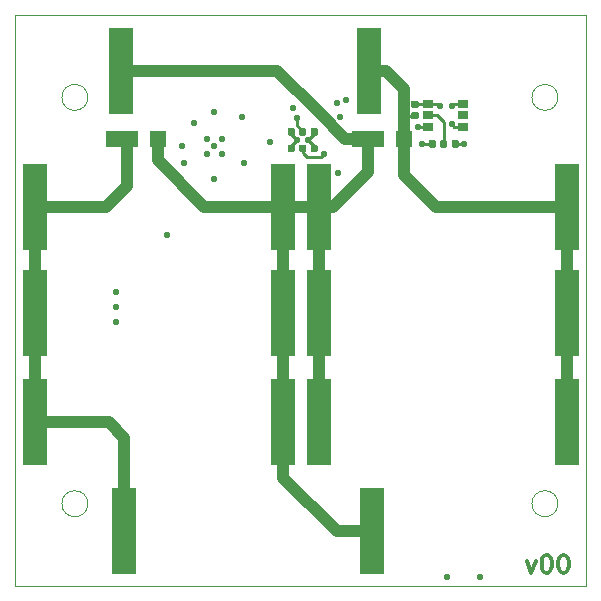
<source format=gbr>
%TF.GenerationSoftware,KiCad,Pcbnew,(5.1.4)-1*%
%TF.CreationDate,2019-10-25T20:31:38-07:00*%
%TF.ProjectId,SolarCellX_v3,536f6c61-7243-4656-9c6c-585f76332e6b,rev?*%
%TF.SameCoordinates,Original*%
%TF.FileFunction,Copper,L1,Top*%
%TF.FilePolarity,Positive*%
%FSLAX46Y46*%
G04 Gerber Fmt 4.6, Leading zero omitted, Abs format (unit mm)*
G04 Created by KiCad (PCBNEW (5.1.4)-1) date 2019-10-25 20:31:38*
%MOMM*%
%LPD*%
G04 APERTURE LIST*
%ADD10C,0.300000*%
%ADD11C,0.050000*%
%ADD12C,0.100000*%
%ADD13C,0.590000*%
%ADD14R,0.900000X0.700000*%
%ADD15R,2.700000X1.400000*%
%ADD16R,1.400000X1.400000*%
%ADD17R,2.000000X7.400000*%
%ADD18C,0.584200*%
%ADD19C,1.000000*%
%ADD20C,0.249936*%
%ADD21C,0.248920*%
G04 APERTURE END LIST*
D10*
X133405785Y-86229071D02*
X133762928Y-87229071D01*
X134120071Y-86229071D01*
X134977214Y-85729071D02*
X135120071Y-85729071D01*
X135262928Y-85800500D01*
X135334357Y-85871928D01*
X135405785Y-86014785D01*
X135477214Y-86300500D01*
X135477214Y-86657642D01*
X135405785Y-86943357D01*
X135334357Y-87086214D01*
X135262928Y-87157642D01*
X135120071Y-87229071D01*
X134977214Y-87229071D01*
X134834357Y-87157642D01*
X134762928Y-87086214D01*
X134691500Y-86943357D01*
X134620071Y-86657642D01*
X134620071Y-86300500D01*
X134691500Y-86014785D01*
X134762928Y-85871928D01*
X134834357Y-85800500D01*
X134977214Y-85729071D01*
X136405785Y-85729071D02*
X136548642Y-85729071D01*
X136691500Y-85800500D01*
X136762928Y-85871928D01*
X136834357Y-86014785D01*
X136905785Y-86300500D01*
X136905785Y-86657642D01*
X136834357Y-86943357D01*
X136762928Y-87086214D01*
X136691500Y-87157642D01*
X136548642Y-87229071D01*
X136405785Y-87229071D01*
X136262928Y-87157642D01*
X136191500Y-87086214D01*
X136120071Y-86943357D01*
X136048642Y-86657642D01*
X136048642Y-86300500D01*
X136120071Y-86014785D01*
X136191500Y-85871928D01*
X136262928Y-85800500D01*
X136405785Y-85729071D01*
D11*
X96200000Y-47000000D02*
G75*
G03X96200000Y-47000000I-1100000J0D01*
G01*
X96200000Y-81400000D02*
G75*
G03X96200000Y-81400000I-1100000J0D01*
G01*
X136000000Y-81400000D02*
G75*
G03X136000000Y-81400000I-1100000J0D01*
G01*
X136000000Y-47000000D02*
G75*
G03X136000000Y-47000000I-1100000J0D01*
G01*
X90000000Y-88400000D02*
X138400000Y-88400000D01*
X90000000Y-88400000D02*
X90000000Y-40000000D01*
X138400000Y-40000000D02*
X138400000Y-88400000D01*
X90000000Y-40000000D02*
X138400000Y-40000000D01*
D12*
G36*
X114548458Y-49591710D02*
G01*
X114562776Y-49593834D01*
X114576817Y-49597351D01*
X114590446Y-49602228D01*
X114603531Y-49608417D01*
X114615947Y-49615858D01*
X114627573Y-49624481D01*
X114638298Y-49634202D01*
X114648019Y-49644927D01*
X114656642Y-49656553D01*
X114664083Y-49668969D01*
X114670272Y-49682054D01*
X114675149Y-49695683D01*
X114678666Y-49709724D01*
X114680790Y-49724042D01*
X114681500Y-49738500D01*
X114681500Y-50083500D01*
X114680790Y-50097958D01*
X114678666Y-50112276D01*
X114675149Y-50126317D01*
X114670272Y-50139946D01*
X114664083Y-50153031D01*
X114656642Y-50165447D01*
X114648019Y-50177073D01*
X114638298Y-50187798D01*
X114627573Y-50197519D01*
X114615947Y-50206142D01*
X114603531Y-50213583D01*
X114590446Y-50219772D01*
X114576817Y-50224649D01*
X114562776Y-50228166D01*
X114548458Y-50230290D01*
X114534000Y-50231000D01*
X114239000Y-50231000D01*
X114224542Y-50230290D01*
X114210224Y-50228166D01*
X114196183Y-50224649D01*
X114182554Y-50219772D01*
X114169469Y-50213583D01*
X114157053Y-50206142D01*
X114145427Y-50197519D01*
X114134702Y-50187798D01*
X114124981Y-50177073D01*
X114116358Y-50165447D01*
X114108917Y-50153031D01*
X114102728Y-50139946D01*
X114097851Y-50126317D01*
X114094334Y-50112276D01*
X114092210Y-50097958D01*
X114091500Y-50083500D01*
X114091500Y-49738500D01*
X114092210Y-49724042D01*
X114094334Y-49709724D01*
X114097851Y-49695683D01*
X114102728Y-49682054D01*
X114108917Y-49668969D01*
X114116358Y-49656553D01*
X114124981Y-49644927D01*
X114134702Y-49634202D01*
X114145427Y-49624481D01*
X114157053Y-49615858D01*
X114169469Y-49608417D01*
X114182554Y-49602228D01*
X114196183Y-49597351D01*
X114210224Y-49593834D01*
X114224542Y-49591710D01*
X114239000Y-49591000D01*
X114534000Y-49591000D01*
X114548458Y-49591710D01*
X114548458Y-49591710D01*
G37*
D13*
X114386500Y-49911000D03*
D12*
G36*
X115518458Y-49591710D02*
G01*
X115532776Y-49593834D01*
X115546817Y-49597351D01*
X115560446Y-49602228D01*
X115573531Y-49608417D01*
X115585947Y-49615858D01*
X115597573Y-49624481D01*
X115608298Y-49634202D01*
X115618019Y-49644927D01*
X115626642Y-49656553D01*
X115634083Y-49668969D01*
X115640272Y-49682054D01*
X115645149Y-49695683D01*
X115648666Y-49709724D01*
X115650790Y-49724042D01*
X115651500Y-49738500D01*
X115651500Y-50083500D01*
X115650790Y-50097958D01*
X115648666Y-50112276D01*
X115645149Y-50126317D01*
X115640272Y-50139946D01*
X115634083Y-50153031D01*
X115626642Y-50165447D01*
X115618019Y-50177073D01*
X115608298Y-50187798D01*
X115597573Y-50197519D01*
X115585947Y-50206142D01*
X115573531Y-50213583D01*
X115560446Y-50219772D01*
X115546817Y-50224649D01*
X115532776Y-50228166D01*
X115518458Y-50230290D01*
X115504000Y-50231000D01*
X115209000Y-50231000D01*
X115194542Y-50230290D01*
X115180224Y-50228166D01*
X115166183Y-50224649D01*
X115152554Y-50219772D01*
X115139469Y-50213583D01*
X115127053Y-50206142D01*
X115115427Y-50197519D01*
X115104702Y-50187798D01*
X115094981Y-50177073D01*
X115086358Y-50165447D01*
X115078917Y-50153031D01*
X115072728Y-50139946D01*
X115067851Y-50126317D01*
X115064334Y-50112276D01*
X115062210Y-50097958D01*
X115061500Y-50083500D01*
X115061500Y-49738500D01*
X115062210Y-49724042D01*
X115064334Y-49709724D01*
X115067851Y-49695683D01*
X115072728Y-49682054D01*
X115078917Y-49668969D01*
X115086358Y-49656553D01*
X115094981Y-49644927D01*
X115104702Y-49634202D01*
X115115427Y-49624481D01*
X115127053Y-49615858D01*
X115139469Y-49608417D01*
X115152554Y-49602228D01*
X115166183Y-49597351D01*
X115180224Y-49593834D01*
X115194542Y-49591710D01*
X115209000Y-49591000D01*
X115504000Y-49591000D01*
X115518458Y-49591710D01*
X115518458Y-49591710D01*
G37*
D13*
X115356500Y-49911000D03*
D12*
G36*
X113578178Y-49591710D02*
G01*
X113592496Y-49593834D01*
X113606537Y-49597351D01*
X113620166Y-49602228D01*
X113633251Y-49608417D01*
X113645667Y-49615858D01*
X113657293Y-49624481D01*
X113668018Y-49634202D01*
X113677739Y-49644927D01*
X113686362Y-49656553D01*
X113693803Y-49668969D01*
X113699992Y-49682054D01*
X113704869Y-49695683D01*
X113708386Y-49709724D01*
X113710510Y-49724042D01*
X113711220Y-49738500D01*
X113711220Y-50083500D01*
X113710510Y-50097958D01*
X113708386Y-50112276D01*
X113704869Y-50126317D01*
X113699992Y-50139946D01*
X113693803Y-50153031D01*
X113686362Y-50165447D01*
X113677739Y-50177073D01*
X113668018Y-50187798D01*
X113657293Y-50197519D01*
X113645667Y-50206142D01*
X113633251Y-50213583D01*
X113620166Y-50219772D01*
X113606537Y-50224649D01*
X113592496Y-50228166D01*
X113578178Y-50230290D01*
X113563720Y-50231000D01*
X113268720Y-50231000D01*
X113254262Y-50230290D01*
X113239944Y-50228166D01*
X113225903Y-50224649D01*
X113212274Y-50219772D01*
X113199189Y-50213583D01*
X113186773Y-50206142D01*
X113175147Y-50197519D01*
X113164422Y-50187798D01*
X113154701Y-50177073D01*
X113146078Y-50165447D01*
X113138637Y-50153031D01*
X113132448Y-50139946D01*
X113127571Y-50126317D01*
X113124054Y-50112276D01*
X113121930Y-50097958D01*
X113121220Y-50083500D01*
X113121220Y-49738500D01*
X113121930Y-49724042D01*
X113124054Y-49709724D01*
X113127571Y-49695683D01*
X113132448Y-49682054D01*
X113138637Y-49668969D01*
X113146078Y-49656553D01*
X113154701Y-49644927D01*
X113164422Y-49634202D01*
X113175147Y-49624481D01*
X113186773Y-49615858D01*
X113199189Y-49608417D01*
X113212274Y-49602228D01*
X113225903Y-49597351D01*
X113239944Y-49593834D01*
X113254262Y-49591710D01*
X113268720Y-49591000D01*
X113563720Y-49591000D01*
X113578178Y-49591710D01*
X113578178Y-49591710D01*
G37*
D13*
X113416220Y-49911000D03*
D12*
G36*
X114548178Y-49591710D02*
G01*
X114562496Y-49593834D01*
X114576537Y-49597351D01*
X114590166Y-49602228D01*
X114603251Y-49608417D01*
X114615667Y-49615858D01*
X114627293Y-49624481D01*
X114638018Y-49634202D01*
X114647739Y-49644927D01*
X114656362Y-49656553D01*
X114663803Y-49668969D01*
X114669992Y-49682054D01*
X114674869Y-49695683D01*
X114678386Y-49709724D01*
X114680510Y-49724042D01*
X114681220Y-49738500D01*
X114681220Y-50083500D01*
X114680510Y-50097958D01*
X114678386Y-50112276D01*
X114674869Y-50126317D01*
X114669992Y-50139946D01*
X114663803Y-50153031D01*
X114656362Y-50165447D01*
X114647739Y-50177073D01*
X114638018Y-50187798D01*
X114627293Y-50197519D01*
X114615667Y-50206142D01*
X114603251Y-50213583D01*
X114590166Y-50219772D01*
X114576537Y-50224649D01*
X114562496Y-50228166D01*
X114548178Y-50230290D01*
X114533720Y-50231000D01*
X114238720Y-50231000D01*
X114224262Y-50230290D01*
X114209944Y-50228166D01*
X114195903Y-50224649D01*
X114182274Y-50219772D01*
X114169189Y-50213583D01*
X114156773Y-50206142D01*
X114145147Y-50197519D01*
X114134422Y-50187798D01*
X114124701Y-50177073D01*
X114116078Y-50165447D01*
X114108637Y-50153031D01*
X114102448Y-50139946D01*
X114097571Y-50126317D01*
X114094054Y-50112276D01*
X114091930Y-50097958D01*
X114091220Y-50083500D01*
X114091220Y-49738500D01*
X114091930Y-49724042D01*
X114094054Y-49709724D01*
X114097571Y-49695683D01*
X114102448Y-49682054D01*
X114108637Y-49668969D01*
X114116078Y-49656553D01*
X114124701Y-49644927D01*
X114134422Y-49634202D01*
X114145147Y-49624481D01*
X114156773Y-49615858D01*
X114169189Y-49608417D01*
X114182274Y-49602228D01*
X114195903Y-49597351D01*
X114209944Y-49593834D01*
X114224262Y-49591710D01*
X114238720Y-49591000D01*
X114533720Y-49591000D01*
X114548178Y-49591710D01*
X114548178Y-49591710D01*
G37*
D13*
X114386220Y-49911000D03*
D12*
G36*
X114548458Y-50988710D02*
G01*
X114562776Y-50990834D01*
X114576817Y-50994351D01*
X114590446Y-50999228D01*
X114603531Y-51005417D01*
X114615947Y-51012858D01*
X114627573Y-51021481D01*
X114638298Y-51031202D01*
X114648019Y-51041927D01*
X114656642Y-51053553D01*
X114664083Y-51065969D01*
X114670272Y-51079054D01*
X114675149Y-51092683D01*
X114678666Y-51106724D01*
X114680790Y-51121042D01*
X114681500Y-51135500D01*
X114681500Y-51480500D01*
X114680790Y-51494958D01*
X114678666Y-51509276D01*
X114675149Y-51523317D01*
X114670272Y-51536946D01*
X114664083Y-51550031D01*
X114656642Y-51562447D01*
X114648019Y-51574073D01*
X114638298Y-51584798D01*
X114627573Y-51594519D01*
X114615947Y-51603142D01*
X114603531Y-51610583D01*
X114590446Y-51616772D01*
X114576817Y-51621649D01*
X114562776Y-51625166D01*
X114548458Y-51627290D01*
X114534000Y-51628000D01*
X114239000Y-51628000D01*
X114224542Y-51627290D01*
X114210224Y-51625166D01*
X114196183Y-51621649D01*
X114182554Y-51616772D01*
X114169469Y-51610583D01*
X114157053Y-51603142D01*
X114145427Y-51594519D01*
X114134702Y-51584798D01*
X114124981Y-51574073D01*
X114116358Y-51562447D01*
X114108917Y-51550031D01*
X114102728Y-51536946D01*
X114097851Y-51523317D01*
X114094334Y-51509276D01*
X114092210Y-51494958D01*
X114091500Y-51480500D01*
X114091500Y-51135500D01*
X114092210Y-51121042D01*
X114094334Y-51106724D01*
X114097851Y-51092683D01*
X114102728Y-51079054D01*
X114108917Y-51065969D01*
X114116358Y-51053553D01*
X114124981Y-51041927D01*
X114134702Y-51031202D01*
X114145427Y-51021481D01*
X114157053Y-51012858D01*
X114169469Y-51005417D01*
X114182554Y-50999228D01*
X114196183Y-50994351D01*
X114210224Y-50990834D01*
X114224542Y-50988710D01*
X114239000Y-50988000D01*
X114534000Y-50988000D01*
X114548458Y-50988710D01*
X114548458Y-50988710D01*
G37*
D13*
X114386500Y-51308000D03*
D12*
G36*
X115518458Y-50988710D02*
G01*
X115532776Y-50990834D01*
X115546817Y-50994351D01*
X115560446Y-50999228D01*
X115573531Y-51005417D01*
X115585947Y-51012858D01*
X115597573Y-51021481D01*
X115608298Y-51031202D01*
X115618019Y-51041927D01*
X115626642Y-51053553D01*
X115634083Y-51065969D01*
X115640272Y-51079054D01*
X115645149Y-51092683D01*
X115648666Y-51106724D01*
X115650790Y-51121042D01*
X115651500Y-51135500D01*
X115651500Y-51480500D01*
X115650790Y-51494958D01*
X115648666Y-51509276D01*
X115645149Y-51523317D01*
X115640272Y-51536946D01*
X115634083Y-51550031D01*
X115626642Y-51562447D01*
X115618019Y-51574073D01*
X115608298Y-51584798D01*
X115597573Y-51594519D01*
X115585947Y-51603142D01*
X115573531Y-51610583D01*
X115560446Y-51616772D01*
X115546817Y-51621649D01*
X115532776Y-51625166D01*
X115518458Y-51627290D01*
X115504000Y-51628000D01*
X115209000Y-51628000D01*
X115194542Y-51627290D01*
X115180224Y-51625166D01*
X115166183Y-51621649D01*
X115152554Y-51616772D01*
X115139469Y-51610583D01*
X115127053Y-51603142D01*
X115115427Y-51594519D01*
X115104702Y-51584798D01*
X115094981Y-51574073D01*
X115086358Y-51562447D01*
X115078917Y-51550031D01*
X115072728Y-51536946D01*
X115067851Y-51523317D01*
X115064334Y-51509276D01*
X115062210Y-51494958D01*
X115061500Y-51480500D01*
X115061500Y-51135500D01*
X115062210Y-51121042D01*
X115064334Y-51106724D01*
X115067851Y-51092683D01*
X115072728Y-51079054D01*
X115078917Y-51065969D01*
X115086358Y-51053553D01*
X115094981Y-51041927D01*
X115104702Y-51031202D01*
X115115427Y-51021481D01*
X115127053Y-51012858D01*
X115139469Y-51005417D01*
X115152554Y-50999228D01*
X115166183Y-50994351D01*
X115180224Y-50990834D01*
X115194542Y-50988710D01*
X115209000Y-50988000D01*
X115504000Y-50988000D01*
X115518458Y-50988710D01*
X115518458Y-50988710D01*
G37*
D13*
X115356500Y-51308000D03*
D12*
G36*
X113578178Y-50988710D02*
G01*
X113592496Y-50990834D01*
X113606537Y-50994351D01*
X113620166Y-50999228D01*
X113633251Y-51005417D01*
X113645667Y-51012858D01*
X113657293Y-51021481D01*
X113668018Y-51031202D01*
X113677739Y-51041927D01*
X113686362Y-51053553D01*
X113693803Y-51065969D01*
X113699992Y-51079054D01*
X113704869Y-51092683D01*
X113708386Y-51106724D01*
X113710510Y-51121042D01*
X113711220Y-51135500D01*
X113711220Y-51480500D01*
X113710510Y-51494958D01*
X113708386Y-51509276D01*
X113704869Y-51523317D01*
X113699992Y-51536946D01*
X113693803Y-51550031D01*
X113686362Y-51562447D01*
X113677739Y-51574073D01*
X113668018Y-51584798D01*
X113657293Y-51594519D01*
X113645667Y-51603142D01*
X113633251Y-51610583D01*
X113620166Y-51616772D01*
X113606537Y-51621649D01*
X113592496Y-51625166D01*
X113578178Y-51627290D01*
X113563720Y-51628000D01*
X113268720Y-51628000D01*
X113254262Y-51627290D01*
X113239944Y-51625166D01*
X113225903Y-51621649D01*
X113212274Y-51616772D01*
X113199189Y-51610583D01*
X113186773Y-51603142D01*
X113175147Y-51594519D01*
X113164422Y-51584798D01*
X113154701Y-51574073D01*
X113146078Y-51562447D01*
X113138637Y-51550031D01*
X113132448Y-51536946D01*
X113127571Y-51523317D01*
X113124054Y-51509276D01*
X113121930Y-51494958D01*
X113121220Y-51480500D01*
X113121220Y-51135500D01*
X113121930Y-51121042D01*
X113124054Y-51106724D01*
X113127571Y-51092683D01*
X113132448Y-51079054D01*
X113138637Y-51065969D01*
X113146078Y-51053553D01*
X113154701Y-51041927D01*
X113164422Y-51031202D01*
X113175147Y-51021481D01*
X113186773Y-51012858D01*
X113199189Y-51005417D01*
X113212274Y-50999228D01*
X113225903Y-50994351D01*
X113239944Y-50990834D01*
X113254262Y-50988710D01*
X113268720Y-50988000D01*
X113563720Y-50988000D01*
X113578178Y-50988710D01*
X113578178Y-50988710D01*
G37*
D13*
X113416220Y-51308000D03*
D12*
G36*
X114548178Y-50988710D02*
G01*
X114562496Y-50990834D01*
X114576537Y-50994351D01*
X114590166Y-50999228D01*
X114603251Y-51005417D01*
X114615667Y-51012858D01*
X114627293Y-51021481D01*
X114638018Y-51031202D01*
X114647739Y-51041927D01*
X114656362Y-51053553D01*
X114663803Y-51065969D01*
X114669992Y-51079054D01*
X114674869Y-51092683D01*
X114678386Y-51106724D01*
X114680510Y-51121042D01*
X114681220Y-51135500D01*
X114681220Y-51480500D01*
X114680510Y-51494958D01*
X114678386Y-51509276D01*
X114674869Y-51523317D01*
X114669992Y-51536946D01*
X114663803Y-51550031D01*
X114656362Y-51562447D01*
X114647739Y-51574073D01*
X114638018Y-51584798D01*
X114627293Y-51594519D01*
X114615667Y-51603142D01*
X114603251Y-51610583D01*
X114590166Y-51616772D01*
X114576537Y-51621649D01*
X114562496Y-51625166D01*
X114548178Y-51627290D01*
X114533720Y-51628000D01*
X114238720Y-51628000D01*
X114224262Y-51627290D01*
X114209944Y-51625166D01*
X114195903Y-51621649D01*
X114182274Y-51616772D01*
X114169189Y-51610583D01*
X114156773Y-51603142D01*
X114145147Y-51594519D01*
X114134422Y-51584798D01*
X114124701Y-51574073D01*
X114116078Y-51562447D01*
X114108637Y-51550031D01*
X114102448Y-51536946D01*
X114097571Y-51523317D01*
X114094054Y-51509276D01*
X114091930Y-51494958D01*
X114091220Y-51480500D01*
X114091220Y-51135500D01*
X114091930Y-51121042D01*
X114094054Y-51106724D01*
X114097571Y-51092683D01*
X114102448Y-51079054D01*
X114108637Y-51065969D01*
X114116078Y-51053553D01*
X114124701Y-51041927D01*
X114134422Y-51031202D01*
X114145147Y-51021481D01*
X114156773Y-51012858D01*
X114169189Y-51005417D01*
X114182274Y-50999228D01*
X114195903Y-50994351D01*
X114209944Y-50990834D01*
X114224262Y-50988710D01*
X114238720Y-50988000D01*
X114533720Y-50988000D01*
X114548178Y-50988710D01*
X114548178Y-50988710D01*
G37*
D13*
X114386220Y-51308000D03*
D14*
X127942000Y-47564000D03*
X127942000Y-48514000D03*
X127942000Y-49464000D03*
X125042000Y-49464000D03*
X125042000Y-48514000D03*
X125042000Y-47564000D03*
D12*
G36*
X126480958Y-50607710D02*
G01*
X126495276Y-50609834D01*
X126509317Y-50613351D01*
X126522946Y-50618228D01*
X126536031Y-50624417D01*
X126548447Y-50631858D01*
X126560073Y-50640481D01*
X126570798Y-50650202D01*
X126580519Y-50660927D01*
X126589142Y-50672553D01*
X126596583Y-50684969D01*
X126602772Y-50698054D01*
X126607649Y-50711683D01*
X126611166Y-50725724D01*
X126613290Y-50740042D01*
X126614000Y-50754500D01*
X126614000Y-51099500D01*
X126613290Y-51113958D01*
X126611166Y-51128276D01*
X126607649Y-51142317D01*
X126602772Y-51155946D01*
X126596583Y-51169031D01*
X126589142Y-51181447D01*
X126580519Y-51193073D01*
X126570798Y-51203798D01*
X126560073Y-51213519D01*
X126548447Y-51222142D01*
X126536031Y-51229583D01*
X126522946Y-51235772D01*
X126509317Y-51240649D01*
X126495276Y-51244166D01*
X126480958Y-51246290D01*
X126466500Y-51247000D01*
X126171500Y-51247000D01*
X126157042Y-51246290D01*
X126142724Y-51244166D01*
X126128683Y-51240649D01*
X126115054Y-51235772D01*
X126101969Y-51229583D01*
X126089553Y-51222142D01*
X126077927Y-51213519D01*
X126067202Y-51203798D01*
X126057481Y-51193073D01*
X126048858Y-51181447D01*
X126041417Y-51169031D01*
X126035228Y-51155946D01*
X126030351Y-51142317D01*
X126026834Y-51128276D01*
X126024710Y-51113958D01*
X126024000Y-51099500D01*
X126024000Y-50754500D01*
X126024710Y-50740042D01*
X126026834Y-50725724D01*
X126030351Y-50711683D01*
X126035228Y-50698054D01*
X126041417Y-50684969D01*
X126048858Y-50672553D01*
X126057481Y-50660927D01*
X126067202Y-50650202D01*
X126077927Y-50640481D01*
X126089553Y-50631858D01*
X126101969Y-50624417D01*
X126115054Y-50618228D01*
X126128683Y-50613351D01*
X126142724Y-50609834D01*
X126157042Y-50607710D01*
X126171500Y-50607000D01*
X126466500Y-50607000D01*
X126480958Y-50607710D01*
X126480958Y-50607710D01*
G37*
D13*
X126319000Y-50927000D03*
D12*
G36*
X125510958Y-50607710D02*
G01*
X125525276Y-50609834D01*
X125539317Y-50613351D01*
X125552946Y-50618228D01*
X125566031Y-50624417D01*
X125578447Y-50631858D01*
X125590073Y-50640481D01*
X125600798Y-50650202D01*
X125610519Y-50660927D01*
X125619142Y-50672553D01*
X125626583Y-50684969D01*
X125632772Y-50698054D01*
X125637649Y-50711683D01*
X125641166Y-50725724D01*
X125643290Y-50740042D01*
X125644000Y-50754500D01*
X125644000Y-51099500D01*
X125643290Y-51113958D01*
X125641166Y-51128276D01*
X125637649Y-51142317D01*
X125632772Y-51155946D01*
X125626583Y-51169031D01*
X125619142Y-51181447D01*
X125610519Y-51193073D01*
X125600798Y-51203798D01*
X125590073Y-51213519D01*
X125578447Y-51222142D01*
X125566031Y-51229583D01*
X125552946Y-51235772D01*
X125539317Y-51240649D01*
X125525276Y-51244166D01*
X125510958Y-51246290D01*
X125496500Y-51247000D01*
X125201500Y-51247000D01*
X125187042Y-51246290D01*
X125172724Y-51244166D01*
X125158683Y-51240649D01*
X125145054Y-51235772D01*
X125131969Y-51229583D01*
X125119553Y-51222142D01*
X125107927Y-51213519D01*
X125097202Y-51203798D01*
X125087481Y-51193073D01*
X125078858Y-51181447D01*
X125071417Y-51169031D01*
X125065228Y-51155946D01*
X125060351Y-51142317D01*
X125056834Y-51128276D01*
X125054710Y-51113958D01*
X125054000Y-51099500D01*
X125054000Y-50754500D01*
X125054710Y-50740042D01*
X125056834Y-50725724D01*
X125060351Y-50711683D01*
X125065228Y-50698054D01*
X125071417Y-50684969D01*
X125078858Y-50672553D01*
X125087481Y-50660927D01*
X125097202Y-50650202D01*
X125107927Y-50640481D01*
X125119553Y-50631858D01*
X125131969Y-50624417D01*
X125145054Y-50618228D01*
X125158683Y-50613351D01*
X125172724Y-50609834D01*
X125187042Y-50607710D01*
X125201500Y-50607000D01*
X125496500Y-50607000D01*
X125510958Y-50607710D01*
X125510958Y-50607710D01*
G37*
D13*
X125349000Y-50927000D03*
D12*
G36*
X127456458Y-50607710D02*
G01*
X127470776Y-50609834D01*
X127484817Y-50613351D01*
X127498446Y-50618228D01*
X127511531Y-50624417D01*
X127523947Y-50631858D01*
X127535573Y-50640481D01*
X127546298Y-50650202D01*
X127556019Y-50660927D01*
X127564642Y-50672553D01*
X127572083Y-50684969D01*
X127578272Y-50698054D01*
X127583149Y-50711683D01*
X127586666Y-50725724D01*
X127588790Y-50740042D01*
X127589500Y-50754500D01*
X127589500Y-51099500D01*
X127588790Y-51113958D01*
X127586666Y-51128276D01*
X127583149Y-51142317D01*
X127578272Y-51155946D01*
X127572083Y-51169031D01*
X127564642Y-51181447D01*
X127556019Y-51193073D01*
X127546298Y-51203798D01*
X127535573Y-51213519D01*
X127523947Y-51222142D01*
X127511531Y-51229583D01*
X127498446Y-51235772D01*
X127484817Y-51240649D01*
X127470776Y-51244166D01*
X127456458Y-51246290D01*
X127442000Y-51247000D01*
X127147000Y-51247000D01*
X127132542Y-51246290D01*
X127118224Y-51244166D01*
X127104183Y-51240649D01*
X127090554Y-51235772D01*
X127077469Y-51229583D01*
X127065053Y-51222142D01*
X127053427Y-51213519D01*
X127042702Y-51203798D01*
X127032981Y-51193073D01*
X127024358Y-51181447D01*
X127016917Y-51169031D01*
X127010728Y-51155946D01*
X127005851Y-51142317D01*
X127002334Y-51128276D01*
X127000210Y-51113958D01*
X126999500Y-51099500D01*
X126999500Y-50754500D01*
X127000210Y-50740042D01*
X127002334Y-50725724D01*
X127005851Y-50711683D01*
X127010728Y-50698054D01*
X127016917Y-50684969D01*
X127024358Y-50672553D01*
X127032981Y-50660927D01*
X127042702Y-50650202D01*
X127053427Y-50640481D01*
X127065053Y-50631858D01*
X127077469Y-50624417D01*
X127090554Y-50618228D01*
X127104183Y-50613351D01*
X127118224Y-50609834D01*
X127132542Y-50607710D01*
X127147000Y-50607000D01*
X127442000Y-50607000D01*
X127456458Y-50607710D01*
X127456458Y-50607710D01*
G37*
D13*
X127294500Y-50927000D03*
D12*
G36*
X126486458Y-50607710D02*
G01*
X126500776Y-50609834D01*
X126514817Y-50613351D01*
X126528446Y-50618228D01*
X126541531Y-50624417D01*
X126553947Y-50631858D01*
X126565573Y-50640481D01*
X126576298Y-50650202D01*
X126586019Y-50660927D01*
X126594642Y-50672553D01*
X126602083Y-50684969D01*
X126608272Y-50698054D01*
X126613149Y-50711683D01*
X126616666Y-50725724D01*
X126618790Y-50740042D01*
X126619500Y-50754500D01*
X126619500Y-51099500D01*
X126618790Y-51113958D01*
X126616666Y-51128276D01*
X126613149Y-51142317D01*
X126608272Y-51155946D01*
X126602083Y-51169031D01*
X126594642Y-51181447D01*
X126586019Y-51193073D01*
X126576298Y-51203798D01*
X126565573Y-51213519D01*
X126553947Y-51222142D01*
X126541531Y-51229583D01*
X126528446Y-51235772D01*
X126514817Y-51240649D01*
X126500776Y-51244166D01*
X126486458Y-51246290D01*
X126472000Y-51247000D01*
X126177000Y-51247000D01*
X126162542Y-51246290D01*
X126148224Y-51244166D01*
X126134183Y-51240649D01*
X126120554Y-51235772D01*
X126107469Y-51229583D01*
X126095053Y-51222142D01*
X126083427Y-51213519D01*
X126072702Y-51203798D01*
X126062981Y-51193073D01*
X126054358Y-51181447D01*
X126046917Y-51169031D01*
X126040728Y-51155946D01*
X126035851Y-51142317D01*
X126032334Y-51128276D01*
X126030210Y-51113958D01*
X126029500Y-51099500D01*
X126029500Y-50754500D01*
X126030210Y-50740042D01*
X126032334Y-50725724D01*
X126035851Y-50711683D01*
X126040728Y-50698054D01*
X126046917Y-50684969D01*
X126054358Y-50672553D01*
X126062981Y-50660927D01*
X126072702Y-50650202D01*
X126083427Y-50640481D01*
X126095053Y-50631858D01*
X126107469Y-50624417D01*
X126120554Y-50618228D01*
X126134183Y-50613351D01*
X126148224Y-50609834D01*
X126162542Y-50607710D01*
X126177000Y-50607000D01*
X126472000Y-50607000D01*
X126486458Y-50607710D01*
X126486458Y-50607710D01*
G37*
D13*
X126324500Y-50927000D03*
D12*
G36*
X124075458Y-47290210D02*
G01*
X124089776Y-47292334D01*
X124103817Y-47295851D01*
X124117446Y-47300728D01*
X124130531Y-47306917D01*
X124142947Y-47314358D01*
X124154573Y-47322981D01*
X124165298Y-47332702D01*
X124175019Y-47343427D01*
X124183642Y-47355053D01*
X124191083Y-47367469D01*
X124197272Y-47380554D01*
X124202149Y-47394183D01*
X124205666Y-47408224D01*
X124207790Y-47422542D01*
X124208500Y-47437000D01*
X124208500Y-47732000D01*
X124207790Y-47746458D01*
X124205666Y-47760776D01*
X124202149Y-47774817D01*
X124197272Y-47788446D01*
X124191083Y-47801531D01*
X124183642Y-47813947D01*
X124175019Y-47825573D01*
X124165298Y-47836298D01*
X124154573Y-47846019D01*
X124142947Y-47854642D01*
X124130531Y-47862083D01*
X124117446Y-47868272D01*
X124103817Y-47873149D01*
X124089776Y-47876666D01*
X124075458Y-47878790D01*
X124061000Y-47879500D01*
X123716000Y-47879500D01*
X123701542Y-47878790D01*
X123687224Y-47876666D01*
X123673183Y-47873149D01*
X123659554Y-47868272D01*
X123646469Y-47862083D01*
X123634053Y-47854642D01*
X123622427Y-47846019D01*
X123611702Y-47836298D01*
X123601981Y-47825573D01*
X123593358Y-47813947D01*
X123585917Y-47801531D01*
X123579728Y-47788446D01*
X123574851Y-47774817D01*
X123571334Y-47760776D01*
X123569210Y-47746458D01*
X123568500Y-47732000D01*
X123568500Y-47437000D01*
X123569210Y-47422542D01*
X123571334Y-47408224D01*
X123574851Y-47394183D01*
X123579728Y-47380554D01*
X123585917Y-47367469D01*
X123593358Y-47355053D01*
X123601981Y-47343427D01*
X123611702Y-47332702D01*
X123622427Y-47322981D01*
X123634053Y-47314358D01*
X123646469Y-47306917D01*
X123659554Y-47300728D01*
X123673183Y-47295851D01*
X123687224Y-47292334D01*
X123701542Y-47290210D01*
X123716000Y-47289500D01*
X124061000Y-47289500D01*
X124075458Y-47290210D01*
X124075458Y-47290210D01*
G37*
D13*
X123888500Y-47584500D03*
D12*
G36*
X124075458Y-48260210D02*
G01*
X124089776Y-48262334D01*
X124103817Y-48265851D01*
X124117446Y-48270728D01*
X124130531Y-48276917D01*
X124142947Y-48284358D01*
X124154573Y-48292981D01*
X124165298Y-48302702D01*
X124175019Y-48313427D01*
X124183642Y-48325053D01*
X124191083Y-48337469D01*
X124197272Y-48350554D01*
X124202149Y-48364183D01*
X124205666Y-48378224D01*
X124207790Y-48392542D01*
X124208500Y-48407000D01*
X124208500Y-48702000D01*
X124207790Y-48716458D01*
X124205666Y-48730776D01*
X124202149Y-48744817D01*
X124197272Y-48758446D01*
X124191083Y-48771531D01*
X124183642Y-48783947D01*
X124175019Y-48795573D01*
X124165298Y-48806298D01*
X124154573Y-48816019D01*
X124142947Y-48824642D01*
X124130531Y-48832083D01*
X124117446Y-48838272D01*
X124103817Y-48843149D01*
X124089776Y-48846666D01*
X124075458Y-48848790D01*
X124061000Y-48849500D01*
X123716000Y-48849500D01*
X123701542Y-48848790D01*
X123687224Y-48846666D01*
X123673183Y-48843149D01*
X123659554Y-48838272D01*
X123646469Y-48832083D01*
X123634053Y-48824642D01*
X123622427Y-48816019D01*
X123611702Y-48806298D01*
X123601981Y-48795573D01*
X123593358Y-48783947D01*
X123585917Y-48771531D01*
X123579728Y-48758446D01*
X123574851Y-48744817D01*
X123571334Y-48730776D01*
X123569210Y-48716458D01*
X123568500Y-48702000D01*
X123568500Y-48407000D01*
X123569210Y-48392542D01*
X123571334Y-48378224D01*
X123574851Y-48364183D01*
X123579728Y-48350554D01*
X123585917Y-48337469D01*
X123593358Y-48325053D01*
X123601981Y-48313427D01*
X123611702Y-48302702D01*
X123622427Y-48292981D01*
X123634053Y-48284358D01*
X123646469Y-48276917D01*
X123659554Y-48270728D01*
X123673183Y-48265851D01*
X123687224Y-48262334D01*
X123701542Y-48260210D01*
X123716000Y-48259500D01*
X124061000Y-48259500D01*
X124075458Y-48260210D01*
X124075458Y-48260210D01*
G37*
D13*
X123888500Y-48554500D03*
D15*
X99066500Y-50500000D03*
D16*
X102116500Y-50500000D03*
X123008000Y-50500000D03*
D15*
X119958000Y-50500000D03*
D17*
X120250000Y-83750000D03*
X99250000Y-83750000D03*
X136750000Y-74500000D03*
X115750000Y-74500000D03*
X136750000Y-65250000D03*
X115750000Y-65250000D03*
X136750000Y-56250000D03*
X115750000Y-56250000D03*
X120000000Y-44750000D03*
X99000000Y-44750000D03*
X112750000Y-56250000D03*
X91750000Y-56250000D03*
X112750000Y-65250000D03*
X91750000Y-65250000D03*
X112750000Y-74500000D03*
X91750000Y-74500000D03*
D18*
X106253260Y-51754256D03*
X107523260Y-51754256D03*
X106253260Y-50509656D03*
X109410500Y-52514500D03*
X107530900Y-50485040D03*
X106923840Y-51092100D03*
X104302012Y-52519693D03*
X122999500Y-53276500D03*
X122999500Y-52578000D03*
X122999500Y-51879500D03*
X122999500Y-49276000D03*
X124142510Y-49466500D03*
X124523500Y-50927000D03*
X122999500Y-48387000D03*
X125984000Y-47752000D03*
X117537610Y-48650791D03*
X117348000Y-53403500D03*
X128079500Y-50927000D03*
X127000000Y-47752000D03*
X118047740Y-47243775D03*
X127000000Y-49276000D03*
X117284500Y-47434502D03*
X106913660Y-53938656D03*
X113538000Y-47879000D03*
X105156000Y-49149000D03*
X111633000Y-50800000D03*
X113919000Y-48768000D03*
X116205000Y-51752500D03*
X106870500Y-48260000D03*
X109232672Y-48653690D03*
X104144156Y-51144656D03*
X102933500Y-58674000D03*
X99504500Y-53848000D03*
X99504500Y-54483000D03*
X126619000Y-87630000D03*
X98552000Y-64770000D03*
X98552000Y-63500000D03*
X98552000Y-66040000D03*
X129413000Y-87630000D03*
X113919000Y-50609500D03*
X114871500Y-50609500D03*
D19*
X136750000Y-56250000D02*
X136750000Y-74500000D01*
X120000000Y-44750000D02*
X121458000Y-44750000D01*
X121458000Y-44750000D02*
X123008000Y-46300000D01*
X134750000Y-56250000D02*
X136750000Y-56250000D01*
X125719000Y-56250000D02*
X134750000Y-56250000D01*
X123008000Y-50500000D02*
X123008000Y-53539000D01*
X123008000Y-53539000D02*
X125719000Y-56250000D01*
D20*
X124145010Y-49464000D02*
X124142510Y-49466500D01*
X125042000Y-49464000D02*
X124145010Y-49464000D01*
D21*
X125349000Y-50927000D02*
X124523500Y-50927000D01*
X123276500Y-48554500D02*
X123008000Y-48823000D01*
X123888500Y-48554500D02*
X123276500Y-48554500D01*
D19*
X123008000Y-46300000D02*
X123008000Y-48823000D01*
X123008000Y-48823000D02*
X123008000Y-50500000D01*
D20*
X125042000Y-47564000D02*
X125796000Y-47564000D01*
X125796000Y-47564000D02*
X125984000Y-47752000D01*
D21*
X127294500Y-50927000D02*
X128079500Y-50927000D01*
X125021500Y-47584500D02*
X125042000Y-47564000D01*
X123888500Y-47584500D02*
X125021500Y-47584500D01*
D20*
X127942000Y-47564000D02*
X127188000Y-47564000D01*
X127188000Y-47564000D02*
X127000000Y-47752000D01*
X127942000Y-49464000D02*
X127188000Y-49464000D01*
X127188000Y-49464000D02*
X127000000Y-49276000D01*
D21*
X113919000Y-49380280D02*
X113919000Y-49181091D01*
X113919000Y-49181091D02*
X113919000Y-48768000D01*
X114386220Y-49847500D02*
X113919000Y-49380280D01*
X115912901Y-52044599D02*
X116205000Y-51752500D01*
X114766319Y-52044599D02*
X115912901Y-52044599D01*
X114386220Y-51664500D02*
X114766319Y-52044599D01*
X114386220Y-51244500D02*
X114386220Y-51664500D01*
D19*
X91750000Y-74500000D02*
X91750000Y-56250000D01*
X99250000Y-75800000D02*
X99250000Y-83750000D01*
X91750000Y-74500000D02*
X97950000Y-74500000D01*
X97950000Y-74500000D02*
X99250000Y-75800000D01*
X97737500Y-56250000D02*
X99504500Y-54483000D01*
X91750000Y-56250000D02*
X97737500Y-56250000D01*
X99504500Y-54483000D02*
X99504500Y-50938000D01*
X99504500Y-50938000D02*
X99066500Y-50500000D01*
X112750000Y-56250000D02*
X112750000Y-74500000D01*
X112750000Y-74500000D02*
X112750000Y-79200000D01*
X99000000Y-44750000D02*
X112250000Y-44750000D01*
X112250000Y-44750000D02*
X115750000Y-48250000D01*
X115750000Y-56250000D02*
X115750000Y-74500000D01*
X115750000Y-56250000D02*
X112750000Y-56250000D01*
X117300000Y-83750000D02*
X120250000Y-83750000D01*
X112750000Y-79200000D02*
X117300000Y-83750000D01*
X102116500Y-52332500D02*
X102116500Y-50500000D01*
X112750000Y-56250000D02*
X106034000Y-56250000D01*
X106034000Y-56250000D02*
X102116500Y-52332500D01*
X116998920Y-56250000D02*
X115750000Y-56250000D01*
X119958000Y-53290920D02*
X116998920Y-56250000D01*
X119958000Y-50500000D02*
X119958000Y-53290920D01*
X118000000Y-50500000D02*
X119958000Y-50500000D01*
X115750000Y-48250000D02*
X118000000Y-50500000D01*
D21*
X126324500Y-50507000D02*
X126324500Y-50927000D01*
X126324500Y-49097580D02*
X126324500Y-50507000D01*
X125740920Y-48514000D02*
X126324500Y-49097580D01*
X125042000Y-48514000D02*
X125740920Y-48514000D01*
X113416220Y-51308000D02*
X113416220Y-51112280D01*
X113416220Y-51112280D02*
X113919000Y-50609500D01*
X115356500Y-51308000D02*
X115356500Y-51094500D01*
X115356500Y-51094500D02*
X114871500Y-50609500D01*
X115356500Y-50124500D02*
X114871500Y-50609500D01*
X115356500Y-49911000D02*
X115356500Y-50124500D01*
X113416220Y-50106720D02*
X113919000Y-50609500D01*
X113416220Y-49911000D02*
X113416220Y-50106720D01*
M02*

</source>
